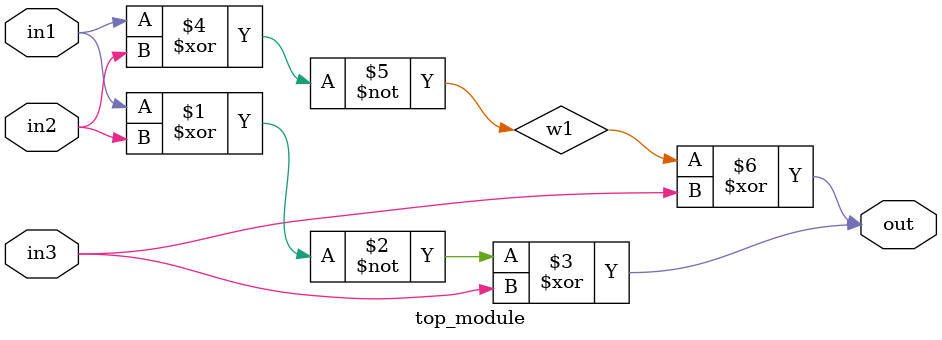
<source format=v>
module top_module (
    input in1,
    input in2,
    input in3,
    output out);

    // 寫法一
    assign out = (~(in1 ^ in2)) ^ in3;

    // 寫法二
    wire w1;
    assign w1 = ~(in1 ^ in2);
    assign out = w1^in3;
    
endmodule

</source>
